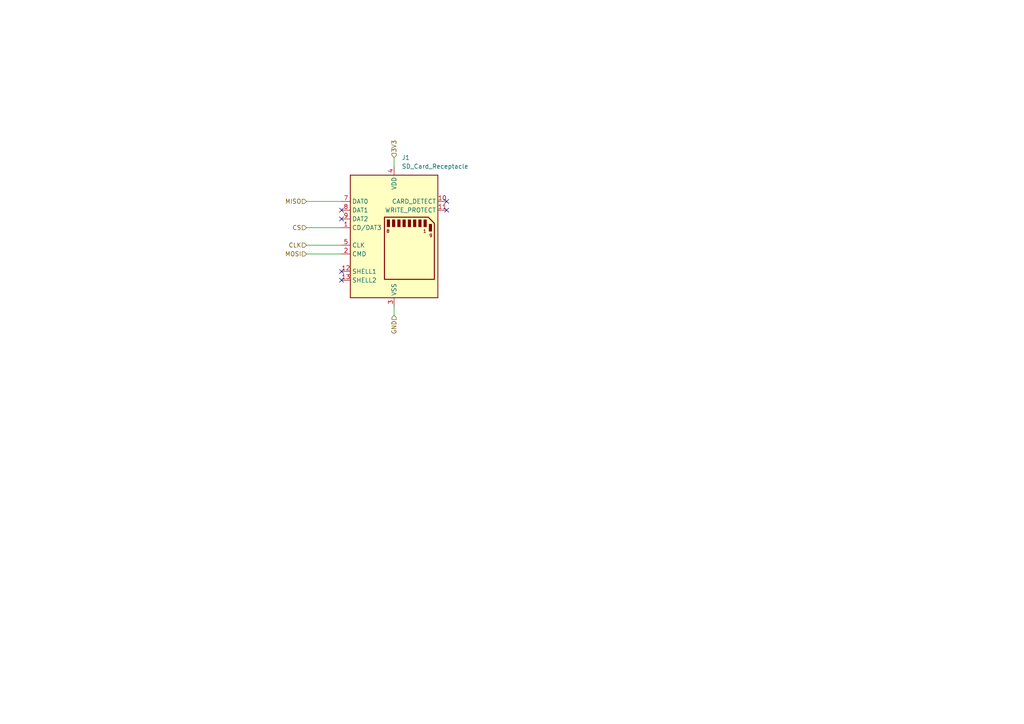
<source format=kicad_sch>
(kicad_sch (version 20231120) (generator "eeschema") (generator_version "8.0")
  (paper "A4")
  (title_block (title "SD Card") (date "2024-08-01") (rev "1.0") (company "Associació Cultural TGK"))
  (lib_symbols
    (symbol "Connector:SD_Card_Receptacle"
      (property "Reference" "J" (at -11.938 19.304 0))
      (property "Value" "SD_Card_Receptacle" (at 10.922 -19.558 0))
      (symbol "SD_Card_Receptacle_0_1"
        (rectangle (start -2.032 2.794) (end -1.27 4.826) (fill (type outline)))
        (rectangle (start -0.508 2.794) (end 0.254 4.826) (fill (type outline)))
        (rectangle (start 1.016 2.794) (end 1.778 4.826) (fill (type outline)))
        (rectangle (start 2.54 2.794) (end 3.302 4.826) (fill (type outline)))
        (rectangle (start 4.064 2.794) (end 4.826 4.826) (fill (type outline)))
        (rectangle (start 5.588 2.794) (end 6.35 4.826) (fill (type outline)))
        (rectangle (start 7.112 2.794) (end 7.874 4.826) (fill (type outline)))
        (rectangle (start 8.636 2.794) (end 9.398 4.826) (fill (type outline)))
        (rectangle (start 10.16 1.524) (end 10.922 3.556) (fill (type outline)))
      )
      (symbol "SD_Card_Receptacle_1_1"
        (rectangle (start -12.7 17.78) (end 12.7 -17.78) (stroke (width 0.254)) (fill (type background)))
        (polyline (pts (xy 9.906 5.588) (xy -2.794 5.588) (xy -2.794 -12.446) (xy 11.684 -12.446) (xy 11.684 3.81) (xy 9.906 5.588)) (stroke (width 0.3)))
        (text "1" (at 8.89 1.524 0) (effects (font (size 0.9 0.9))))
        (text "8" (at -1.778 1.524 0) (effects (font (size 0.9 0.9))))
        (text "9" (at 10.668 0.254 0) (effects (font (size 0.9 0.9))))
        (pin bidirectional line (at -15.24 2.54 0) (length 2.54) (name "CD/DAT3") (number "1"))
        (pin output line (at 15.24 10.16 180) (length 2.54) (name "CARD_DETECT") (number "10"))
        (pin output line (at 15.24 7.62 180) (length 2.54) (name "WRITE_PROTECT") (number "11"))
        (pin passive line (at -15.24 -10.16 0) (length 2.54) (name "SHELL1") (number "12"))
        (pin passive line (at -15.24 -12.7 0) (length 2.54) (name "SHELL2") (number "13"))
        (pin bidirectional line (at -15.24 -5.08 0) (length 2.54) (name "CMD") (number "2"))
        (pin power_in line (at 0 -20.32 90) (length 2.54) (name "VSS") (number "3"))
        (pin power_in line (at 0 20.32 270) (length 2.54) (name "VDD") (number "4"))
        (pin input line (at -15.24 -2.54 0) (length 2.54) (name "CLK") (number "5"))
        (pin passive line (at 0 -20.32 90) (length 2.54) hide (name "VSS") (number "6"))
        (pin bidirectional line (at -15.24 10.16 0) (length 2.54) (name "DAT0") (number "7"))
        (pin bidirectional line (at -15.24 7.62 0) (length 2.54) (name "DAT1") (number "8"))
        (pin bidirectional line (at -15.24 5.08 0) (length 2.54) (name "DAT2") (number "9"))
      )
    )
  )
  (no_connect (at 99.06 63.5))
  (no_connect (at 129.54 60.96))
  (no_connect (at 99.06 78.74))
  (no_connect (at 99.06 81.28))
  (no_connect (at 99.06 60.96))
  (no_connect (at 129.54 58.42))
  (wire (pts (xy 88.9 71.12) (xy 99.06 71.12)))
  (wire (pts (xy 114.3 45.72) (xy 114.3 48.26)))
  (wire (pts (xy 88.9 66.04) (xy 99.06 66.04)))
  (wire (pts (xy 114.3 88.9) (xy 114.3 91.44)))
  (wire (pts (xy 88.9 73.66) (xy 99.06 73.66)))
  (wire (pts (xy 88.9 58.42) (xy 99.06 58.42)))
  (hierarchical_label "3V3" (shape input) (at 114.3 45.72 90))
  (hierarchical_label "MOSI" (shape input) (at 88.9 73.66 180))
  (hierarchical_label "CS" (shape input) (at 88.9 66.04 180))
  (hierarchical_label "GND" (shape input) (at 114.3 91.44 270))
  (hierarchical_label "MISO" (shape input) (at 88.9 58.42 180))
  (hierarchical_label "CLK" (shape input) (at 88.9 71.12 180))
  (symbol (lib_id "Connector:SD_Card_Receptacle") (at 114.3 68.58 0) (unit 1)
    (property "Reference" "J1" (at 116.4941 45.72 0) (effects (justify left)))
    (property "Value" "SD_Card_Receptacle" (at 116.4941 48.26 0) (effects (justify left)))
    (property "Datasheet" "http://portal.fciconnect.com/Comergent//fci/drawing/10067847.pdf" (effects (hide yes)))
    (property "Description" "SD card receptacle" (effects (hide yes)))
  )
)
</source>
